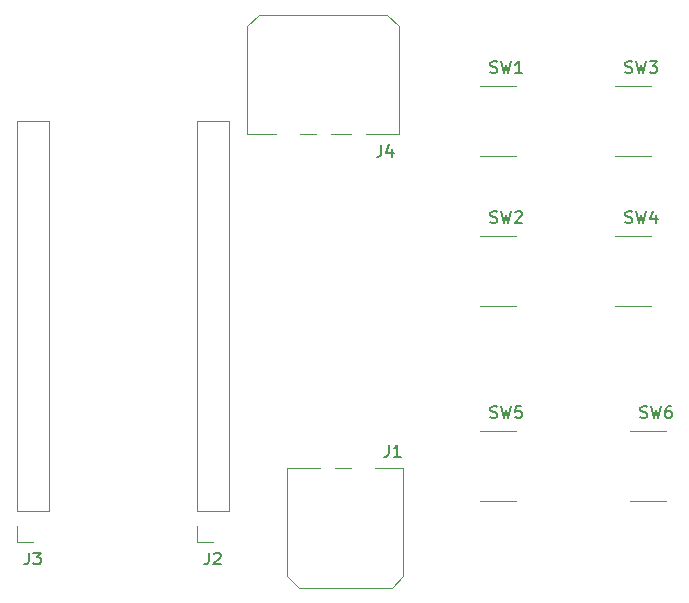
<source format=gto>
%TF.GenerationSoftware,KiCad,Pcbnew,(5.1.9)-1*%
%TF.CreationDate,2021-03-07T15:01:53-08:00*%
%TF.ProjectId,lightbar-pcb,6c696768-7462-4617-922d-7063622e6b69,rev?*%
%TF.SameCoordinates,Original*%
%TF.FileFunction,Legend,Top*%
%TF.FilePolarity,Positive*%
%FSLAX46Y46*%
G04 Gerber Fmt 4.6, Leading zero omitted, Abs format (unit mm)*
G04 Created by KiCad (PCBNEW (5.1.9)-1) date 2021-03-07 15:01:53*
%MOMM*%
%LPD*%
G01*
G04 APERTURE LIST*
%ADD10C,0.120000*%
%ADD11C,0.150000*%
G04 APERTURE END LIST*
D10*
%TO.C,SW6*%
X119650000Y-75780000D02*
X116570000Y-75780000D01*
X116570000Y-81700000D02*
X119650000Y-81700000D01*
%TO.C,SW5*%
X106950000Y-75780000D02*
X103870000Y-75780000D01*
X103870000Y-81700000D02*
X106950000Y-81700000D01*
%TO.C,SW4*%
X118380000Y-59270000D02*
X115300000Y-59270000D01*
X115300000Y-65190000D02*
X118380000Y-65190000D01*
%TO.C,SW3*%
X118380000Y-46570000D02*
X115300000Y-46570000D01*
X115300000Y-52490000D02*
X118380000Y-52490000D01*
%TO.C,SW2*%
X106950000Y-59270000D02*
X103870000Y-59270000D01*
X103870000Y-65190000D02*
X106950000Y-65190000D01*
%TO.C,SW1*%
X106950000Y-46570000D02*
X103870000Y-46570000D01*
X103870000Y-52490000D02*
X106950000Y-52490000D01*
%TO.C,J4*%
X84195000Y-50620000D02*
X84195000Y-41500000D01*
X84195000Y-41500000D02*
X85195000Y-40500000D01*
X85195000Y-40500000D02*
X96065000Y-40500000D01*
X96065000Y-40500000D02*
X97065000Y-41500000D01*
X97065000Y-41500000D02*
X97065000Y-50620000D01*
X84195000Y-50620000D02*
X86620000Y-50620000D01*
X97065000Y-50620000D02*
X94281767Y-50620000D01*
X88640000Y-50620000D02*
X89978233Y-50620000D01*
X91281767Y-50620000D02*
X92978233Y-50620000D01*
%TO.C,J1*%
X97415000Y-78920000D02*
X97415000Y-88040000D01*
X97415000Y-88040000D02*
X96415000Y-89040000D01*
X96415000Y-89040000D02*
X88545000Y-89040000D01*
X88545000Y-89040000D02*
X87545000Y-88040000D01*
X87545000Y-88040000D02*
X87545000Y-78920000D01*
X97415000Y-78920000D02*
X94990000Y-78920000D01*
X87545000Y-78920000D02*
X90328233Y-78920000D01*
X92970000Y-78920000D02*
X91631767Y-78920000D01*
%TO.C,J2*%
X82610000Y-82550000D02*
X79950000Y-82550000D01*
X82610000Y-82550000D02*
X82610000Y-49470000D01*
X82610000Y-49470000D02*
X79950000Y-49470000D01*
X79950000Y-82550000D02*
X79950000Y-49470000D01*
X79950000Y-85150000D02*
X79950000Y-83820000D01*
X81280000Y-85150000D02*
X79950000Y-85150000D01*
%TO.C,J3*%
X66040000Y-85150000D02*
X64710000Y-85150000D01*
X64710000Y-85150000D02*
X64710000Y-83820000D01*
X64710000Y-82550000D02*
X64710000Y-49470000D01*
X67370000Y-49470000D02*
X64710000Y-49470000D01*
X67370000Y-82550000D02*
X67370000Y-49470000D01*
X67370000Y-82550000D02*
X64710000Y-82550000D01*
%TO.C,SW6*%
D11*
X117486666Y-74604761D02*
X117629523Y-74652380D01*
X117867619Y-74652380D01*
X117962857Y-74604761D01*
X118010476Y-74557142D01*
X118058095Y-74461904D01*
X118058095Y-74366666D01*
X118010476Y-74271428D01*
X117962857Y-74223809D01*
X117867619Y-74176190D01*
X117677142Y-74128571D01*
X117581904Y-74080952D01*
X117534285Y-74033333D01*
X117486666Y-73938095D01*
X117486666Y-73842857D01*
X117534285Y-73747619D01*
X117581904Y-73700000D01*
X117677142Y-73652380D01*
X117915238Y-73652380D01*
X118058095Y-73700000D01*
X118391428Y-73652380D02*
X118629523Y-74652380D01*
X118820000Y-73938095D01*
X119010476Y-74652380D01*
X119248571Y-73652380D01*
X120058095Y-73652380D02*
X119867619Y-73652380D01*
X119772380Y-73700000D01*
X119724761Y-73747619D01*
X119629523Y-73890476D01*
X119581904Y-74080952D01*
X119581904Y-74461904D01*
X119629523Y-74557142D01*
X119677142Y-74604761D01*
X119772380Y-74652380D01*
X119962857Y-74652380D01*
X120058095Y-74604761D01*
X120105714Y-74557142D01*
X120153333Y-74461904D01*
X120153333Y-74223809D01*
X120105714Y-74128571D01*
X120058095Y-74080952D01*
X119962857Y-74033333D01*
X119772380Y-74033333D01*
X119677142Y-74080952D01*
X119629523Y-74128571D01*
X119581904Y-74223809D01*
%TO.C,SW5*%
X104786666Y-74604761D02*
X104929523Y-74652380D01*
X105167619Y-74652380D01*
X105262857Y-74604761D01*
X105310476Y-74557142D01*
X105358095Y-74461904D01*
X105358095Y-74366666D01*
X105310476Y-74271428D01*
X105262857Y-74223809D01*
X105167619Y-74176190D01*
X104977142Y-74128571D01*
X104881904Y-74080952D01*
X104834285Y-74033333D01*
X104786666Y-73938095D01*
X104786666Y-73842857D01*
X104834285Y-73747619D01*
X104881904Y-73700000D01*
X104977142Y-73652380D01*
X105215238Y-73652380D01*
X105358095Y-73700000D01*
X105691428Y-73652380D02*
X105929523Y-74652380D01*
X106120000Y-73938095D01*
X106310476Y-74652380D01*
X106548571Y-73652380D01*
X107405714Y-73652380D02*
X106929523Y-73652380D01*
X106881904Y-74128571D01*
X106929523Y-74080952D01*
X107024761Y-74033333D01*
X107262857Y-74033333D01*
X107358095Y-74080952D01*
X107405714Y-74128571D01*
X107453333Y-74223809D01*
X107453333Y-74461904D01*
X107405714Y-74557142D01*
X107358095Y-74604761D01*
X107262857Y-74652380D01*
X107024761Y-74652380D01*
X106929523Y-74604761D01*
X106881904Y-74557142D01*
%TO.C,SW4*%
X116216666Y-58094761D02*
X116359523Y-58142380D01*
X116597619Y-58142380D01*
X116692857Y-58094761D01*
X116740476Y-58047142D01*
X116788095Y-57951904D01*
X116788095Y-57856666D01*
X116740476Y-57761428D01*
X116692857Y-57713809D01*
X116597619Y-57666190D01*
X116407142Y-57618571D01*
X116311904Y-57570952D01*
X116264285Y-57523333D01*
X116216666Y-57428095D01*
X116216666Y-57332857D01*
X116264285Y-57237619D01*
X116311904Y-57190000D01*
X116407142Y-57142380D01*
X116645238Y-57142380D01*
X116788095Y-57190000D01*
X117121428Y-57142380D02*
X117359523Y-58142380D01*
X117550000Y-57428095D01*
X117740476Y-58142380D01*
X117978571Y-57142380D01*
X118788095Y-57475714D02*
X118788095Y-58142380D01*
X118550000Y-57094761D02*
X118311904Y-57809047D01*
X118930952Y-57809047D01*
%TO.C,SW3*%
X116216666Y-45394761D02*
X116359523Y-45442380D01*
X116597619Y-45442380D01*
X116692857Y-45394761D01*
X116740476Y-45347142D01*
X116788095Y-45251904D01*
X116788095Y-45156666D01*
X116740476Y-45061428D01*
X116692857Y-45013809D01*
X116597619Y-44966190D01*
X116407142Y-44918571D01*
X116311904Y-44870952D01*
X116264285Y-44823333D01*
X116216666Y-44728095D01*
X116216666Y-44632857D01*
X116264285Y-44537619D01*
X116311904Y-44490000D01*
X116407142Y-44442380D01*
X116645238Y-44442380D01*
X116788095Y-44490000D01*
X117121428Y-44442380D02*
X117359523Y-45442380D01*
X117550000Y-44728095D01*
X117740476Y-45442380D01*
X117978571Y-44442380D01*
X118264285Y-44442380D02*
X118883333Y-44442380D01*
X118550000Y-44823333D01*
X118692857Y-44823333D01*
X118788095Y-44870952D01*
X118835714Y-44918571D01*
X118883333Y-45013809D01*
X118883333Y-45251904D01*
X118835714Y-45347142D01*
X118788095Y-45394761D01*
X118692857Y-45442380D01*
X118407142Y-45442380D01*
X118311904Y-45394761D01*
X118264285Y-45347142D01*
%TO.C,SW2*%
X104786666Y-58094761D02*
X104929523Y-58142380D01*
X105167619Y-58142380D01*
X105262857Y-58094761D01*
X105310476Y-58047142D01*
X105358095Y-57951904D01*
X105358095Y-57856666D01*
X105310476Y-57761428D01*
X105262857Y-57713809D01*
X105167619Y-57666190D01*
X104977142Y-57618571D01*
X104881904Y-57570952D01*
X104834285Y-57523333D01*
X104786666Y-57428095D01*
X104786666Y-57332857D01*
X104834285Y-57237619D01*
X104881904Y-57190000D01*
X104977142Y-57142380D01*
X105215238Y-57142380D01*
X105358095Y-57190000D01*
X105691428Y-57142380D02*
X105929523Y-58142380D01*
X106120000Y-57428095D01*
X106310476Y-58142380D01*
X106548571Y-57142380D01*
X106881904Y-57237619D02*
X106929523Y-57190000D01*
X107024761Y-57142380D01*
X107262857Y-57142380D01*
X107358095Y-57190000D01*
X107405714Y-57237619D01*
X107453333Y-57332857D01*
X107453333Y-57428095D01*
X107405714Y-57570952D01*
X106834285Y-58142380D01*
X107453333Y-58142380D01*
%TO.C,SW1*%
X104786666Y-45394761D02*
X104929523Y-45442380D01*
X105167619Y-45442380D01*
X105262857Y-45394761D01*
X105310476Y-45347142D01*
X105358095Y-45251904D01*
X105358095Y-45156666D01*
X105310476Y-45061428D01*
X105262857Y-45013809D01*
X105167619Y-44966190D01*
X104977142Y-44918571D01*
X104881904Y-44870952D01*
X104834285Y-44823333D01*
X104786666Y-44728095D01*
X104786666Y-44632857D01*
X104834285Y-44537619D01*
X104881904Y-44490000D01*
X104977142Y-44442380D01*
X105215238Y-44442380D01*
X105358095Y-44490000D01*
X105691428Y-44442380D02*
X105929523Y-45442380D01*
X106120000Y-44728095D01*
X106310476Y-45442380D01*
X106548571Y-44442380D01*
X107453333Y-45442380D02*
X106881904Y-45442380D01*
X107167619Y-45442380D02*
X107167619Y-44442380D01*
X107072380Y-44585238D01*
X106977142Y-44680476D01*
X106881904Y-44728095D01*
%TO.C,J4*%
X95551666Y-51522380D02*
X95551666Y-52236666D01*
X95504047Y-52379523D01*
X95408809Y-52474761D01*
X95265952Y-52522380D01*
X95170714Y-52522380D01*
X96456428Y-51855714D02*
X96456428Y-52522380D01*
X96218333Y-51474761D02*
X95980238Y-52189047D01*
X96599285Y-52189047D01*
%TO.C,J1*%
X96186666Y-76922380D02*
X96186666Y-77636666D01*
X96139047Y-77779523D01*
X96043809Y-77874761D01*
X95900952Y-77922380D01*
X95805714Y-77922380D01*
X97186666Y-77922380D02*
X96615238Y-77922380D01*
X96900952Y-77922380D02*
X96900952Y-76922380D01*
X96805714Y-77065238D01*
X96710476Y-77160476D01*
X96615238Y-77208095D01*
%TO.C,J2*%
X80946666Y-86042380D02*
X80946666Y-86756666D01*
X80899047Y-86899523D01*
X80803809Y-86994761D01*
X80660952Y-87042380D01*
X80565714Y-87042380D01*
X81375238Y-86137619D02*
X81422857Y-86090000D01*
X81518095Y-86042380D01*
X81756190Y-86042380D01*
X81851428Y-86090000D01*
X81899047Y-86137619D01*
X81946666Y-86232857D01*
X81946666Y-86328095D01*
X81899047Y-86470952D01*
X81327619Y-87042380D01*
X81946666Y-87042380D01*
%TO.C,J3*%
X65706666Y-86042380D02*
X65706666Y-86756666D01*
X65659047Y-86899523D01*
X65563809Y-86994761D01*
X65420952Y-87042380D01*
X65325714Y-87042380D01*
X66087619Y-86042380D02*
X66706666Y-86042380D01*
X66373333Y-86423333D01*
X66516190Y-86423333D01*
X66611428Y-86470952D01*
X66659047Y-86518571D01*
X66706666Y-86613809D01*
X66706666Y-86851904D01*
X66659047Y-86947142D01*
X66611428Y-86994761D01*
X66516190Y-87042380D01*
X66230476Y-87042380D01*
X66135238Y-86994761D01*
X66087619Y-86947142D01*
%TD*%
M02*

</source>
